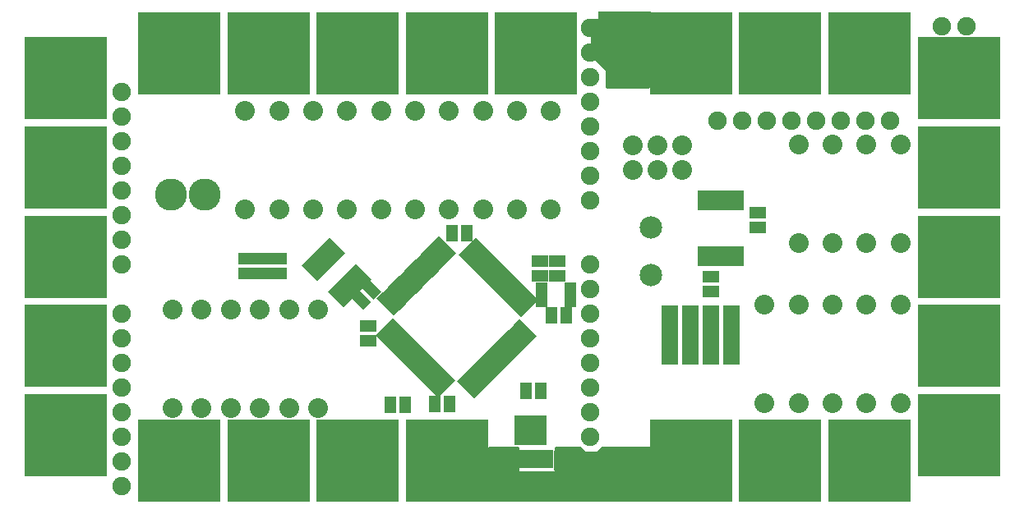
<source format=gts>
G04 (created by PCBNEW (2013-feb-26)-stable) date ven. 05 avril 2013 21:49:21 CEST*
%MOIN*%
G04 Gerber Fmt 3.4, Leading zero omitted, Abs format*
%FSLAX34Y34*%
G01*
G70*
G90*
G04 APERTURE LIST*
%ADD10C,2.3622e-06*%
%ADD11R,0.0514961X0.0987402*%
%ADD12R,0.0318X0.079074*%
%ADD13R,0.065X0.0593701*%
%ADD14C,0.0908661*%
%ADD15C,0.130236*%
%ADD16C,0.075*%
%ADD17C,0.08*%
%ADD18R,0.669606X0.0987402*%
%ADD19R,0.21685X0.0987402*%
%ADD20R,0.035748X0.0731496*%
%ADD21R,0.102677X0.0829921*%
%ADD22R,0.045X0.065*%
%ADD23R,0.065X0.045*%
%ADD24R,0.335X0.335*%
%ADD25C,0.01*%
G04 APERTURE END LIST*
G54D10*
G54D11*
X43818Y-36062D03*
X45000Y-36062D03*
G54D12*
X51847Y-32238D03*
X51597Y-32238D03*
X51337Y-32238D03*
X51087Y-32238D03*
X50827Y-32238D03*
X50572Y-32238D03*
X50317Y-32238D03*
X50317Y-34516D03*
X50572Y-34516D03*
X50827Y-34516D03*
X51087Y-34516D03*
X51342Y-34516D03*
X51597Y-34516D03*
X51852Y-34516D03*
G54D13*
X49862Y-36786D03*
X49862Y-37386D03*
X50688Y-38587D03*
X50688Y-37987D03*
X50688Y-36786D03*
X50688Y-37386D03*
X51535Y-36786D03*
X51535Y-37386D03*
X51535Y-38587D03*
X51535Y-37987D03*
G54D10*
G36*
X39206Y-38412D02*
X38508Y-39111D01*
X38254Y-38856D01*
X38952Y-38158D01*
X39206Y-38412D01*
X39206Y-38412D01*
G37*
G36*
X39429Y-38635D02*
X38731Y-39333D01*
X38476Y-39079D01*
X39175Y-38381D01*
X39429Y-38635D01*
X39429Y-38635D01*
G37*
G36*
X39652Y-38858D02*
X38954Y-39556D01*
X38699Y-39302D01*
X39397Y-38603D01*
X39652Y-38858D01*
X39652Y-38858D01*
G37*
G36*
X39875Y-39081D02*
X39176Y-39779D01*
X38922Y-39524D01*
X39620Y-38826D01*
X39875Y-39081D01*
X39875Y-39081D01*
G37*
G36*
X40097Y-39303D02*
X39399Y-40002D01*
X39145Y-39747D01*
X39843Y-39049D01*
X40097Y-39303D01*
X40097Y-39303D01*
G37*
G36*
X40320Y-39526D02*
X39622Y-40224D01*
X39367Y-39970D01*
X40066Y-39272D01*
X40320Y-39526D01*
X40320Y-39526D01*
G37*
G36*
X38984Y-38190D02*
X38285Y-38888D01*
X38031Y-38633D01*
X38729Y-37935D01*
X38984Y-38190D01*
X38984Y-38190D01*
G37*
G36*
X38761Y-37967D02*
X38063Y-38665D01*
X37808Y-38411D01*
X38506Y-37712D01*
X38761Y-37967D01*
X38761Y-37967D01*
G37*
G36*
X38538Y-37744D02*
X37840Y-38442D01*
X37585Y-38188D01*
X38284Y-37490D01*
X38538Y-37744D01*
X38538Y-37744D01*
G37*
G36*
X38315Y-37522D02*
X37617Y-38220D01*
X37363Y-37965D01*
X38061Y-37267D01*
X38315Y-37522D01*
X38315Y-37522D01*
G37*
G36*
X38093Y-37299D02*
X37395Y-37997D01*
X37083Y-37686D01*
X37782Y-36988D01*
X38093Y-37299D01*
X38093Y-37299D01*
G37*
G36*
X42521Y-35098D02*
X41823Y-35796D01*
X41568Y-35542D01*
X42266Y-34843D01*
X42521Y-35098D01*
X42521Y-35098D01*
G37*
G36*
X42744Y-35321D02*
X42045Y-36019D01*
X41791Y-35764D01*
X42489Y-35066D01*
X42744Y-35321D01*
X42744Y-35321D01*
G37*
G36*
X42966Y-35543D02*
X42268Y-36242D01*
X42014Y-35987D01*
X42712Y-35289D01*
X42966Y-35543D01*
X42966Y-35543D01*
G37*
G36*
X43189Y-35766D02*
X42491Y-36464D01*
X42236Y-36210D01*
X42935Y-35512D01*
X43189Y-35766D01*
X43189Y-35766D01*
G37*
G36*
X43412Y-35989D02*
X42714Y-36687D01*
X42459Y-36433D01*
X43157Y-35734D01*
X43412Y-35989D01*
X43412Y-35989D01*
G37*
G36*
X42298Y-34875D02*
X41600Y-35573D01*
X41345Y-35319D01*
X42044Y-34621D01*
X42298Y-34875D01*
X42298Y-34875D01*
G37*
G36*
X42075Y-34653D02*
X41377Y-35351D01*
X41123Y-35096D01*
X41821Y-34398D01*
X42075Y-34653D01*
X42075Y-34653D01*
G37*
G36*
X41853Y-34430D02*
X41155Y-35128D01*
X40900Y-34873D01*
X41598Y-34175D01*
X41853Y-34430D01*
X41853Y-34430D01*
G37*
G36*
X41630Y-34207D02*
X40932Y-34905D01*
X40677Y-34651D01*
X41375Y-33952D01*
X41630Y-34207D01*
X41630Y-34207D01*
G37*
G36*
X41407Y-33984D02*
X40709Y-34682D01*
X40454Y-34428D01*
X41153Y-33730D01*
X41407Y-33984D01*
X41407Y-33984D01*
G37*
G36*
X42521Y-38856D02*
X42266Y-39111D01*
X41568Y-38412D01*
X41823Y-38158D01*
X42521Y-38856D01*
X42521Y-38856D01*
G37*
G36*
X39206Y-35542D02*
X38952Y-35796D01*
X38254Y-35098D01*
X38508Y-34843D01*
X39206Y-35542D01*
X39206Y-35542D01*
G37*
G36*
X42744Y-38633D02*
X42489Y-38888D01*
X41791Y-38190D01*
X42045Y-37935D01*
X42744Y-38633D01*
X42744Y-38633D01*
G37*
G36*
X39429Y-35319D02*
X39175Y-35573D01*
X38476Y-34875D01*
X38731Y-34621D01*
X39429Y-35319D01*
X39429Y-35319D01*
G37*
G36*
X39652Y-35096D02*
X39397Y-35351D01*
X38699Y-34653D01*
X38954Y-34398D01*
X39652Y-35096D01*
X39652Y-35096D01*
G37*
G36*
X42966Y-38411D02*
X42712Y-38665D01*
X42014Y-37967D01*
X42268Y-37712D01*
X42966Y-38411D01*
X42966Y-38411D01*
G37*
G36*
X43189Y-38188D02*
X42935Y-38442D01*
X42236Y-37744D01*
X42491Y-37490D01*
X43189Y-38188D01*
X43189Y-38188D01*
G37*
G36*
X39875Y-34873D02*
X39620Y-35128D01*
X38922Y-34430D01*
X39176Y-34175D01*
X39875Y-34873D01*
X39875Y-34873D01*
G37*
G36*
X40097Y-34651D02*
X39843Y-34905D01*
X39145Y-34207D01*
X39399Y-33952D01*
X40097Y-34651D01*
X40097Y-34651D01*
G37*
G36*
X43412Y-37965D02*
X43157Y-38220D01*
X42459Y-37522D01*
X42714Y-37267D01*
X43412Y-37965D01*
X43412Y-37965D01*
G37*
G36*
X43635Y-37742D02*
X43380Y-37997D01*
X42682Y-37299D01*
X42936Y-37044D01*
X43635Y-37742D01*
X43635Y-37742D01*
G37*
G36*
X40377Y-34371D02*
X40066Y-34682D01*
X39367Y-33984D01*
X39678Y-33673D01*
X40377Y-34371D01*
X40377Y-34371D01*
G37*
G36*
X38984Y-35764D02*
X38729Y-36019D01*
X38031Y-35321D01*
X38285Y-35066D01*
X38984Y-35764D01*
X38984Y-35764D01*
G37*
G36*
X42298Y-39079D02*
X42044Y-39333D01*
X41345Y-38635D01*
X41600Y-38381D01*
X42298Y-39079D01*
X42298Y-39079D01*
G37*
G36*
X42075Y-39302D02*
X41821Y-39556D01*
X41123Y-38858D01*
X41377Y-38603D01*
X42075Y-39302D01*
X42075Y-39302D01*
G37*
G36*
X38761Y-35987D02*
X38506Y-36242D01*
X37808Y-35543D01*
X38063Y-35289D01*
X38761Y-35987D01*
X38761Y-35987D01*
G37*
G36*
X38538Y-36210D02*
X38284Y-36464D01*
X37585Y-35766D01*
X37840Y-35512D01*
X38538Y-36210D01*
X38538Y-36210D01*
G37*
G36*
X41853Y-39524D02*
X41598Y-39779D01*
X40900Y-39081D01*
X41155Y-38826D01*
X41853Y-39524D01*
X41853Y-39524D01*
G37*
G36*
X41630Y-39747D02*
X41375Y-40002D01*
X40677Y-39303D01*
X40932Y-39049D01*
X41630Y-39747D01*
X41630Y-39747D01*
G37*
G36*
X38315Y-36433D02*
X38061Y-36687D01*
X37363Y-35989D01*
X37617Y-35734D01*
X38315Y-36433D01*
X38315Y-36433D01*
G37*
G36*
X38093Y-36655D02*
X37838Y-36910D01*
X37140Y-36212D01*
X37395Y-35957D01*
X38093Y-36655D01*
X38093Y-36655D01*
G37*
G36*
X41407Y-39970D02*
X41096Y-40281D01*
X40398Y-39583D01*
X40709Y-39272D01*
X41407Y-39970D01*
X41407Y-39970D01*
G37*
G36*
X43691Y-36268D02*
X42993Y-36966D01*
X42682Y-36655D01*
X43380Y-35957D01*
X43691Y-36268D01*
X43691Y-36268D01*
G37*
G54D13*
X43700Y-41874D03*
X43700Y-41274D03*
X43070Y-41874D03*
X43070Y-41274D03*
G54D14*
X48248Y-33350D03*
X48248Y-35271D03*
G54D15*
X30177Y-32007D03*
X28799Y-32007D03*
G54D16*
X61051Y-25177D03*
X60051Y-25177D03*
G54D17*
X34763Y-40661D03*
X34763Y-36661D03*
X33582Y-40661D03*
X33582Y-36661D03*
X32401Y-40661D03*
X32401Y-36661D03*
X31220Y-40661D03*
X31220Y-36661D03*
X30039Y-40661D03*
X30039Y-36661D03*
X28858Y-40661D03*
X28858Y-36661D03*
G54D18*
X44940Y-43976D03*
X44940Y-43976D03*
G54D16*
X46968Y-43188D03*
G54D19*
X47196Y-25078D03*
X47196Y-25078D03*
G54D16*
X47362Y-26653D03*
G54D20*
X43110Y-42746D03*
X43366Y-42746D03*
X43622Y-42746D03*
X43877Y-42746D03*
X44133Y-42746D03*
G54D21*
X44842Y-42795D03*
X42401Y-42795D03*
G54D10*
G36*
X34097Y-34874D02*
X35228Y-33743D01*
X35865Y-34379D01*
X34733Y-35511D01*
X34097Y-34874D01*
X34097Y-34874D01*
G37*
G36*
X35158Y-35935D02*
X36289Y-34803D01*
X36926Y-35440D01*
X35794Y-36571D01*
X35158Y-35935D01*
X35158Y-35935D01*
G37*
G54D16*
X45810Y-41827D03*
X45810Y-40827D03*
X45810Y-39827D03*
X45810Y-38827D03*
X45810Y-37827D03*
X45810Y-36827D03*
X45810Y-35827D03*
X45810Y-34827D03*
X45810Y-32227D03*
X45810Y-31227D03*
X45810Y-30227D03*
X45810Y-29227D03*
X45810Y-28227D03*
X45810Y-27227D03*
X45810Y-26227D03*
X45810Y-25227D03*
X26810Y-34827D03*
X26810Y-33827D03*
X26810Y-32827D03*
X26810Y-31827D03*
X26810Y-30827D03*
X26810Y-29827D03*
X26810Y-28827D03*
X26810Y-27827D03*
X26810Y-43827D03*
X26810Y-42827D03*
X26810Y-41827D03*
X26810Y-40827D03*
X26810Y-39827D03*
X26810Y-38827D03*
X26810Y-37827D03*
X26810Y-36827D03*
G54D17*
X47517Y-31007D03*
X47517Y-30007D03*
X48517Y-31007D03*
X48517Y-30007D03*
X49517Y-31007D03*
X49517Y-30007D03*
X37322Y-28590D03*
X37322Y-32590D03*
X52874Y-36464D03*
X52874Y-40464D03*
X54251Y-36464D03*
X54251Y-40464D03*
X57007Y-36464D03*
X57007Y-40464D03*
X58385Y-36464D03*
X58385Y-40464D03*
X55629Y-40464D03*
X55629Y-36464D03*
X58385Y-33968D03*
X58385Y-29968D03*
X57007Y-33968D03*
X57007Y-29968D03*
X55629Y-33968D03*
X55629Y-29968D03*
X54251Y-33968D03*
X54251Y-29968D03*
X44212Y-28590D03*
X44212Y-32590D03*
X41456Y-28590D03*
X41456Y-32590D03*
X40078Y-28590D03*
X40078Y-32590D03*
X38700Y-28590D03*
X38700Y-32590D03*
X31811Y-28590D03*
X31811Y-32590D03*
X33188Y-28590D03*
X33188Y-32590D03*
X34566Y-28590D03*
X34566Y-32590D03*
X42834Y-28590D03*
X42834Y-32590D03*
X35944Y-28590D03*
X35944Y-32590D03*
G54D22*
X44827Y-36889D03*
X44227Y-36889D03*
X37687Y-40527D03*
X38287Y-40527D03*
G54D23*
X52587Y-32727D03*
X52587Y-33327D03*
X43779Y-35300D03*
X43779Y-34700D03*
G54D22*
X40103Y-40511D03*
X39503Y-40511D03*
G54D23*
X36811Y-37337D03*
X36811Y-37937D03*
G54D22*
X40192Y-33562D03*
X40792Y-33562D03*
X43787Y-39977D03*
X43187Y-39977D03*
G54D13*
X49862Y-38587D03*
X49862Y-37987D03*
X49035Y-37386D03*
X49035Y-36786D03*
G54D23*
X50688Y-35349D03*
X50688Y-35949D03*
X31870Y-35201D03*
X31870Y-34601D03*
X44448Y-35300D03*
X44448Y-34700D03*
X32519Y-34601D03*
X32519Y-35201D03*
G54D13*
X49035Y-37987D03*
X49035Y-38587D03*
G54D23*
X33169Y-34601D03*
X33169Y-35201D03*
G54D10*
G36*
X36590Y-36683D02*
X36131Y-36224D01*
X36449Y-35905D01*
X36909Y-36365D01*
X36590Y-36683D01*
X36590Y-36683D01*
G37*
G36*
X37015Y-36259D02*
X36555Y-35799D01*
X36873Y-35481D01*
X37333Y-35941D01*
X37015Y-36259D01*
X37015Y-36259D01*
G37*
G54D16*
X57948Y-29015D03*
X56948Y-29015D03*
X55948Y-29015D03*
X54948Y-29015D03*
X53948Y-29015D03*
X52948Y-29015D03*
X51948Y-29015D03*
X50948Y-29015D03*
G54D24*
X29133Y-26259D03*
G54D16*
X27833Y-24959D03*
X30433Y-24959D03*
X27833Y-27559D03*
X30433Y-27559D03*
G54D24*
X32755Y-26259D03*
G54D16*
X31455Y-24959D03*
X34055Y-24959D03*
X31455Y-27559D03*
X34055Y-27559D03*
G54D24*
X32755Y-42795D03*
G54D16*
X34055Y-44095D03*
X31455Y-44095D03*
X34055Y-41495D03*
X31455Y-41495D03*
G54D24*
X49881Y-42795D03*
G54D16*
X51181Y-44095D03*
X48581Y-44095D03*
X51181Y-41495D03*
X48581Y-41495D03*
G54D24*
X53503Y-42795D03*
G54D16*
X54803Y-44095D03*
X52203Y-44095D03*
X54803Y-41495D03*
X52203Y-41495D03*
G54D24*
X57125Y-42795D03*
G54D16*
X58425Y-44095D03*
X55825Y-44095D03*
X58425Y-41495D03*
X55825Y-41495D03*
G54D24*
X60747Y-41771D03*
G54D16*
X62047Y-40471D03*
X62047Y-43071D03*
X59447Y-40471D03*
X59447Y-43071D03*
G54D24*
X60747Y-38149D03*
G54D16*
X62047Y-36849D03*
X62047Y-39449D03*
X59447Y-36849D03*
X59447Y-39449D03*
G54D24*
X60747Y-34527D03*
G54D16*
X62047Y-33227D03*
X62047Y-35827D03*
X59447Y-33227D03*
X59447Y-35827D03*
G54D24*
X60747Y-30905D03*
G54D16*
X62047Y-29605D03*
X62047Y-32205D03*
X59447Y-29605D03*
X59447Y-32205D03*
G54D24*
X60747Y-27283D03*
G54D16*
X62047Y-25983D03*
X62047Y-28583D03*
X59447Y-25983D03*
X59447Y-28583D03*
G54D24*
X57125Y-26259D03*
G54D16*
X55825Y-24959D03*
X58425Y-24959D03*
X55825Y-27559D03*
X58425Y-27559D03*
G54D24*
X53503Y-26259D03*
G54D16*
X52203Y-24959D03*
X54803Y-24959D03*
X52203Y-27559D03*
X54803Y-27559D03*
G54D24*
X49881Y-26259D03*
G54D16*
X48581Y-24959D03*
X51181Y-24959D03*
X48581Y-27559D03*
X51181Y-27559D03*
G54D24*
X36377Y-26259D03*
G54D16*
X35077Y-24959D03*
X37677Y-24959D03*
X35077Y-27559D03*
X37677Y-27559D03*
G54D24*
X24527Y-27283D03*
G54D16*
X23227Y-28583D03*
X23227Y-25983D03*
X25827Y-28583D03*
X25827Y-25983D03*
G54D24*
X24527Y-30905D03*
G54D16*
X23227Y-32205D03*
X23227Y-29605D03*
X25827Y-32205D03*
X25827Y-29605D03*
G54D24*
X24527Y-34527D03*
G54D16*
X23227Y-35827D03*
X23227Y-33227D03*
X25827Y-35827D03*
X25827Y-33227D03*
G54D24*
X24527Y-38149D03*
G54D16*
X23227Y-39449D03*
X23227Y-36849D03*
X25827Y-39449D03*
X25827Y-36849D03*
G54D24*
X24527Y-41771D03*
G54D16*
X23227Y-43071D03*
X23227Y-40471D03*
X25827Y-43071D03*
X25827Y-40471D03*
G54D24*
X29133Y-42795D03*
G54D16*
X30433Y-44095D03*
X27833Y-44095D03*
X30433Y-41495D03*
X27833Y-41495D03*
G54D24*
X36377Y-42795D03*
G54D16*
X37677Y-44095D03*
X35077Y-44095D03*
X37677Y-41495D03*
X35077Y-41495D03*
G54D24*
X39999Y-42795D03*
G54D16*
X41299Y-44095D03*
X38699Y-44095D03*
X41299Y-41495D03*
X38699Y-41495D03*
G54D24*
X39999Y-26259D03*
G54D16*
X38699Y-24959D03*
X41299Y-24959D03*
X38699Y-27559D03*
X41299Y-27559D03*
G54D24*
X43610Y-26259D03*
G54D16*
X42310Y-24959D03*
X44910Y-24959D03*
X42310Y-27559D03*
X44910Y-27559D03*
G54D10*
G36*
X48158Y-27646D02*
X46447Y-27646D01*
X46447Y-26947D01*
X45857Y-26357D01*
X45857Y-24892D01*
X48158Y-24892D01*
X48158Y-27646D01*
X48158Y-27646D01*
G37*
G54D25*
X48158Y-27646D02*
X46447Y-27646D01*
X46447Y-26947D01*
X45857Y-26357D01*
X45857Y-24892D01*
X48158Y-24892D01*
X48158Y-27646D01*
G54D10*
G36*
X48217Y-44201D02*
X41683Y-44201D01*
X41683Y-42274D01*
X42863Y-42274D01*
X42863Y-43258D01*
X44400Y-43258D01*
X44400Y-42274D01*
X45372Y-42274D01*
X45550Y-42451D01*
X46103Y-42451D01*
X46280Y-42274D01*
X48217Y-42274D01*
X48217Y-44201D01*
X48217Y-44201D01*
G37*
G54D25*
X48217Y-44201D02*
X41683Y-44201D01*
X41683Y-42274D01*
X42863Y-42274D01*
X42863Y-43258D01*
X44400Y-43258D01*
X44400Y-42274D01*
X45372Y-42274D01*
X45550Y-42451D01*
X46103Y-42451D01*
X46280Y-42274D01*
X48217Y-42274D01*
X48217Y-44201D01*
M02*

</source>
